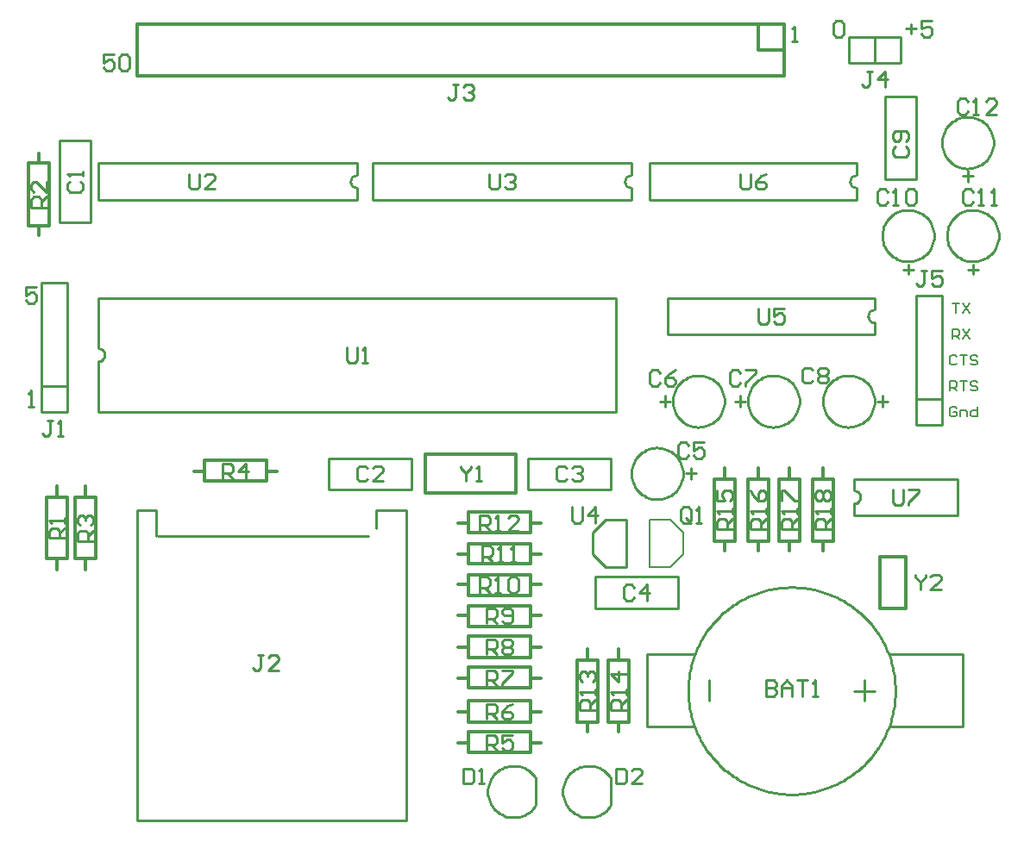
<source format=gto>
%FSLAX42Y42*%
%MOMM*%
G71*
G01*
G75*
%ADD10C,0.20*%
%ADD11R,2.00X2.00*%
%ADD12R,2.00X1.00*%
%ADD13R,1.00X2.00*%
%ADD14R,1.00X2.00*%
%ADD15C,0.41*%
%ADD16C,0.61*%
%ADD17C,0.30*%
%ADD18C,0.25*%
%ADD19C,1.73*%
%ADD20C,2.03*%
%ADD21C,1.90*%
%ADD22R,1.78X1.78*%
%ADD23C,1.78*%
%ADD24O,1.52X2.29*%
%ADD25R,1.52X2.29*%
%ADD26O,2.03X3.81*%
%ADD27C,1.83*%
%ADD28O,2.29X1.52*%
%ADD29O,1.78X1.52*%
%ADD30R,1.78X1.52*%
%ADD31C,5.08*%
%ADD32R,1.57X1.57*%
%ADD33C,1.57*%
%ADD34R,1.40X1.90*%
%ADD35O,1.40X1.90*%
%ADD36O,1.27X2.29*%
%ADD37R,1.27X2.29*%
%ADD38C,1.40*%
%ADD39R,2.29X1.52*%
%ADD40C,1.27*%
D10*
X26504Y18878D02*
Y19336D01*
X26707D01*
X26834Y19209D01*
Y19005D02*
Y19209D01*
X26707Y18878D02*
X26834Y19005D01*
X26504Y18878D02*
X26707D01*
X29518Y20436D02*
X29501Y20453D01*
X29467D01*
X29450Y20436D01*
Y20368D01*
X29467Y20352D01*
X29501D01*
X29518Y20368D01*
Y20402D01*
X29484D01*
X29552Y20352D02*
Y20419D01*
X29603D01*
X29620Y20402D01*
Y20352D01*
X29721Y20453D02*
Y20352D01*
X29671D01*
X29654Y20368D01*
Y20402D01*
X29671Y20419D01*
X29721D01*
X29476Y21114D02*
Y21215D01*
X29527D01*
X29544Y21198D01*
Y21164D01*
X29527Y21147D01*
X29476D01*
X29510D02*
X29544Y21114D01*
X29577Y21215D02*
X29645Y21114D01*
Y21215D02*
X29577Y21114D01*
X29476Y21469D02*
X29544D01*
X29510D01*
Y21368D01*
X29577Y21469D02*
X29645Y21368D01*
Y21469D02*
X29577Y21368D01*
X29450Y20606D02*
Y20707D01*
X29501D01*
X29518Y20690D01*
Y20656D01*
X29501Y20639D01*
X29450D01*
X29484D02*
X29518Y20606D01*
X29552Y20707D02*
X29620D01*
X29586D01*
Y20606D01*
X29721Y20690D02*
X29704Y20707D01*
X29671D01*
X29654Y20690D01*
Y20673D01*
X29671Y20656D01*
X29704D01*
X29721Y20639D01*
Y20622D01*
X29704Y20606D01*
X29671D01*
X29654Y20622D01*
X29518Y20944D02*
X29501Y20961D01*
X29467D01*
X29450Y20944D01*
Y20876D01*
X29467Y20860D01*
X29501D01*
X29518Y20876D01*
X29552Y20961D02*
X29620D01*
X29586D01*
Y20860D01*
X29721Y20944D02*
X29704Y20961D01*
X29671D01*
X29654Y20944D01*
Y20927D01*
X29671Y20910D01*
X29704D01*
X29721Y20893D01*
Y20876D01*
X29704Y20860D01*
X29671D01*
X29654Y20876D01*
D17*
X27139Y19132D02*
Y19742D01*
X27342Y19132D02*
Y19742D01*
X27241Y19031D02*
Y19132D01*
Y19742D02*
Y19844D01*
X27139Y19132D02*
X27342D01*
X27139Y19742D02*
X27342D01*
X20408Y22841D02*
X20611D01*
X20408Y22231D02*
X20611D01*
X20510Y22841D02*
Y22942D01*
Y22130D02*
Y22231D01*
X20611D02*
Y22841D01*
X20408Y22231D02*
Y22841D01*
X24726Y17050D02*
X25336D01*
X24726Y17253D02*
X25336D01*
Y17151D02*
X25437D01*
X24624D02*
X24726D01*
X25336Y17050D02*
Y17253D01*
X24726Y17050D02*
Y17253D01*
X22135Y19717D02*
Y19920D01*
X22745Y19717D02*
Y19920D01*
X22034Y19818D02*
X22135D01*
X22745D02*
X22846D01*
X22135Y19920D02*
X22745D01*
X22135Y19717D02*
X22745D01*
X24726Y19209D02*
X25336D01*
X24726Y19412D02*
X25336D01*
Y19310D02*
X25437D01*
X24624D02*
X24726D01*
X25336Y19209D02*
Y19412D01*
X24726Y19209D02*
Y19412D01*
X28104Y19742D02*
X28307D01*
X28104Y19132D02*
X28307D01*
X28206Y19742D02*
Y19844D01*
Y19031D02*
Y19132D01*
X28307D02*
Y19742D01*
X28104Y19132D02*
Y19742D01*
X27774Y19132D02*
Y19742D01*
X27977Y19132D02*
Y19742D01*
X27876Y19031D02*
Y19132D01*
Y19742D02*
Y19844D01*
X27774Y19132D02*
X27977D01*
X27774Y19742D02*
X27977D01*
X27469D02*
X27672D01*
X27469Y19132D02*
X27672D01*
X27571Y19742D02*
Y19844D01*
Y19031D02*
Y19132D01*
X27672D02*
Y19742D01*
X27469Y19132D02*
Y19742D01*
X24726Y18599D02*
X25336D01*
X24726Y18802D02*
X25336D01*
Y18701D02*
X25437D01*
X24624D02*
X24726D01*
X25336Y18599D02*
Y18802D01*
X24726Y18599D02*
Y18802D01*
Y18294D02*
Y18497D01*
X25336Y18294D02*
Y18497D01*
X24624Y18396D02*
X24726D01*
X25336D02*
X25437D01*
X24726Y18497D02*
X25336D01*
X24726Y18294D02*
X25336D01*
X24726Y17685D02*
X25336D01*
X24726Y17888D02*
X25336D01*
Y17786D02*
X25437D01*
X24624D02*
X24726D01*
X25336Y17685D02*
Y17888D01*
X24726Y17685D02*
Y17888D01*
X25336Y18904D02*
Y19107D01*
X24726Y18904D02*
Y19107D01*
X25336Y19005D02*
X25437D01*
X24624D02*
X24726D01*
Y18904D02*
X25336D01*
X24726Y19107D02*
X25336D01*
X24726Y18193D02*
X25336D01*
X24726Y17989D02*
X25336D01*
X24624Y18091D02*
X24726D01*
X25336D02*
X25437D01*
X24726Y17989D02*
Y18193D01*
X25336Y17989D02*
Y18193D01*
Y17354D02*
Y17558D01*
X24726Y17354D02*
Y17558D01*
X25336Y17456D02*
X25437D01*
X24624D02*
X24726D01*
Y17354D02*
X25336D01*
X24726Y17558D02*
X25336D01*
X20586Y18955D02*
Y19564D01*
X20789Y18955D02*
Y19564D01*
X20687Y18853D02*
Y18955D01*
Y19564D02*
Y19666D01*
X20586Y18955D02*
X20789D01*
X20586Y19564D02*
X20789D01*
X20865D02*
X21068D01*
X20865Y18955D02*
X21068D01*
X20967Y19564D02*
Y19666D01*
Y18853D02*
Y18955D01*
X21068D02*
Y19564D01*
X20865Y18955D02*
Y19564D01*
X26301Y17354D02*
Y17964D01*
X26098Y17354D02*
Y17964D01*
X26199D02*
Y18066D01*
Y17253D02*
Y17354D01*
X26098Y17964D02*
X26301D01*
X26098Y17354D02*
X26301D01*
X25793D02*
X25996D01*
X25793Y17964D02*
X25996D01*
X25894Y17253D02*
Y17354D01*
Y17964D02*
Y18066D01*
X25793Y17354D02*
Y17964D01*
X25996Y17354D02*
Y17964D01*
X27825Y23704D02*
Y24212D01*
X21475Y23704D02*
X27825D01*
X21475D02*
Y24212D01*
X27825D01*
X27571Y23958D02*
Y24212D01*
Y23958D02*
X27825D01*
X24307Y19983D02*
X25196D01*
X24307Y19602D02*
Y19983D01*
Y19602D02*
X25196D01*
Y19983D01*
X29019Y18472D02*
Y18980D01*
X28765D02*
X29019D01*
X28765Y18472D02*
Y18980D01*
Y18472D02*
X29019D01*
D18*
X21094Y20898D02*
X21118Y20902D01*
X21139Y20916D01*
X21153Y20937D01*
X21157Y20961D01*
X21153Y20985D01*
X21139Y21006D01*
X21118Y21020D01*
X21094Y21025D01*
X27241Y20504D02*
X27239Y20529D01*
X27236Y20554D01*
X27229Y20579D01*
X27221Y20603D01*
X27210Y20625D01*
X27197Y20647D01*
X27181Y20667D01*
X27164Y20686D01*
X27145Y20703D01*
X27124Y20717D01*
X27103Y20730D01*
X27079Y20740D01*
X27055Y20748D01*
X27031Y20754D01*
X27006Y20757D01*
X26980Y20758D01*
X26955Y20756D01*
X26930Y20752D01*
X26906Y20745D01*
X26882Y20735D01*
X26860Y20724D01*
X26838Y20710D01*
X26819Y20694D01*
X26800Y20677D01*
X26784Y20657D01*
X26770Y20636D01*
X26758Y20614D01*
X26748Y20591D01*
X26741Y20567D01*
X26735Y20542D01*
X26733Y20517D01*
Y20491D01*
X26735Y20466D01*
X26741Y20441D01*
X26748Y20417D01*
X26758Y20394D01*
X26770Y20372D01*
X26784Y20351D01*
X26800Y20331D01*
X26819Y20314D01*
X26838Y20298D01*
X26860Y20284D01*
X26882Y20272D01*
X26906Y20263D01*
X26930Y20256D01*
X26955Y20252D01*
X26980Y20250D01*
X27006Y20251D01*
X27031Y20254D01*
X27055Y20259D01*
X27079Y20268D01*
X27103Y20278D01*
X27124Y20291D01*
X27145Y20305D01*
X27164Y20322D01*
X27181Y20341D01*
X27197Y20361D01*
X27210Y20382D01*
X27221Y20405D01*
X27229Y20429D01*
X27236Y20454D01*
X27239Y20479D01*
X27241Y20504D01*
X27977D02*
X27976Y20529D01*
X27972Y20554D01*
X27966Y20579D01*
X27957Y20603D01*
X27946Y20625D01*
X27933Y20647D01*
X27918Y20667D01*
X27901Y20686D01*
X27882Y20703D01*
X27861Y20717D01*
X27839Y20730D01*
X27816Y20740D01*
X27792Y20748D01*
X27767Y20754D01*
X27742Y20757D01*
X27717Y20758D01*
X27692Y20756D01*
X27667Y20752D01*
X27642Y20745D01*
X27619Y20735D01*
X27596Y20724D01*
X27575Y20710D01*
X27555Y20694D01*
X27537Y20677D01*
X27521Y20657D01*
X27507Y20636D01*
X27494Y20614D01*
X27485Y20591D01*
X27477Y20567D01*
X27472Y20542D01*
X27470Y20517D01*
Y20491D01*
X27472Y20466D01*
X27477Y20441D01*
X27485Y20417D01*
X27494Y20394D01*
X27507Y20372D01*
X27521Y20351D01*
X27537Y20331D01*
X27555Y20314D01*
X27575Y20298D01*
X27596Y20284D01*
X27619Y20272D01*
X27642Y20263D01*
X27667Y20256D01*
X27692Y20252D01*
X27717Y20250D01*
X27742Y20251D01*
X27767Y20254D01*
X27792Y20259D01*
X27816Y20268D01*
X27839Y20278D01*
X27861Y20291D01*
X27882Y20305D01*
X27901Y20322D01*
X27918Y20341D01*
X27933Y20361D01*
X27946Y20382D01*
X27957Y20405D01*
X27966Y20429D01*
X27972Y20454D01*
X27976Y20479D01*
X27977Y20504D01*
X28714D02*
X28713Y20529D01*
X28709Y20554D01*
X28703Y20579D01*
X28694Y20603D01*
X28683Y20625D01*
X28670Y20647D01*
X28654Y20667D01*
X28637Y20686D01*
X28618Y20703D01*
X28598Y20717D01*
X28576Y20730D01*
X28553Y20740D01*
X28529Y20748D01*
X28504Y20754D01*
X28479Y20757D01*
X28454Y20758D01*
X28428Y20756D01*
X28403Y20752D01*
X28379Y20745D01*
X28355Y20735D01*
X28333Y20724D01*
X28312Y20710D01*
X28292Y20694D01*
X28274Y20677D01*
X28257Y20657D01*
X28243Y20636D01*
X28231Y20614D01*
X28221Y20591D01*
X28214Y20567D01*
X28209Y20542D01*
X28206Y20517D01*
Y20491D01*
X28209Y20466D01*
X28214Y20441D01*
X28221Y20417D01*
X28231Y20394D01*
X28243Y20372D01*
X28257Y20351D01*
X28274Y20331D01*
X28292Y20314D01*
X28312Y20298D01*
X28333Y20284D01*
X28355Y20272D01*
X28379Y20263D01*
X28403Y20256D01*
X28428Y20252D01*
X28454Y20250D01*
X28479Y20251D01*
X28504Y20254D01*
X28529Y20259D01*
X28553Y20268D01*
X28576Y20278D01*
X28598Y20291D01*
X28618Y20305D01*
X28637Y20322D01*
X28654Y20341D01*
X28670Y20361D01*
X28683Y20382D01*
X28694Y20405D01*
X28703Y20429D01*
X28709Y20454D01*
X28713Y20479D01*
X28714Y20504D01*
Y21406D02*
X28690Y21401D01*
X28669Y21387D01*
X28655Y21366D01*
X28650Y21342D01*
X28655Y21318D01*
X28669Y21297D01*
X28690Y21283D01*
X28714Y21279D01*
X26834Y19793D02*
X26833Y19818D01*
X26829Y19843D01*
X26823Y19868D01*
X26814Y19891D01*
X26803Y19914D01*
X26790Y19936D01*
X26775Y19956D01*
X26758Y19975D01*
X26739Y19991D01*
X26718Y20006D01*
X26696Y20019D01*
X26673Y20029D01*
X26649Y20037D01*
X26624Y20043D01*
X26599Y20046D01*
X26574Y20047D01*
X26549Y20045D01*
X26524Y20040D01*
X26499Y20034D01*
X26476Y20024D01*
X26453Y20013D01*
X26432Y19999D01*
X26412Y19983D01*
X26394Y19966D01*
X26378Y19946D01*
X26364Y19925D01*
X26351Y19903D01*
X26342Y19880D01*
X26334Y19855D01*
X26329Y19831D01*
X26327Y19805D01*
Y19780D01*
X26329Y19755D01*
X26334Y19730D01*
X26342Y19706D01*
X26351Y19683D01*
X26364Y19660D01*
X26378Y19639D01*
X26394Y19620D01*
X26412Y19602D01*
X26432Y19587D01*
X26453Y19573D01*
X26476Y19561D01*
X26499Y19552D01*
X26524Y19545D01*
X26549Y19541D01*
X26574Y19539D01*
X26599Y19539D01*
X26624Y19543D01*
X26649Y19548D01*
X26673Y19556D01*
X26696Y19567D01*
X26718Y19579D01*
X26739Y19594D01*
X26758Y19611D01*
X26775Y19629D01*
X26790Y19650D01*
X26803Y19671D01*
X26814Y19694D01*
X26823Y19718D01*
X26829Y19742D01*
X26833Y19767D01*
X26834Y19793D01*
X26127Y16796D02*
X26113Y16817D01*
X26097Y16837D01*
X26079Y16855D01*
X26060Y16872D01*
X26039Y16886D01*
X26016Y16898D01*
X25992Y16908D01*
X25968Y16915D01*
X25943Y16920D01*
X25917Y16922D01*
X25892Y16922D01*
X25866Y16919D01*
X25841Y16914D01*
X25817Y16906D01*
X25794Y16896D01*
X25771Y16883D01*
X25751Y16868D01*
X25731Y16852D01*
X25714Y16833D01*
X25698Y16813D01*
X25685Y16791D01*
X25673Y16768D01*
X25665Y16744D01*
X25658Y16719D01*
X25654Y16694D01*
X25653Y16669D01*
X25654Y16643D01*
X25658Y16618D01*
X25665Y16593D01*
X25673Y16569D01*
X25685Y16546D01*
X25698Y16524D01*
X25714Y16504D01*
X25731Y16485D01*
X25751Y16469D01*
X25771Y16454D01*
X25794Y16441D01*
X25817Y16431D01*
X25841Y16423D01*
X25866Y16418D01*
X25892Y16415D01*
X25917Y16415D01*
X25943Y16417D01*
X25968Y16422D01*
X25992Y16429D01*
X26016Y16439D01*
X26039Y16451D01*
X26060Y16465D01*
X26079Y16482D01*
X26097Y16500D01*
X26113Y16520D01*
X26127Y16542D01*
X25391Y16796D02*
X25377Y16817D01*
X25361Y16837D01*
X25343Y16855D01*
X25323Y16872D01*
X25302Y16886D01*
X25279Y16898D01*
X25256Y16908D01*
X25231Y16915D01*
X25206Y16920D01*
X25181Y16922D01*
X25155Y16922D01*
X25130Y16919D01*
X25105Y16914D01*
X25080Y16906D01*
X25057Y16896D01*
X25035Y16883D01*
X25014Y16868D01*
X24995Y16852D01*
X24977Y16833D01*
X24962Y16813D01*
X24948Y16791D01*
X24937Y16768D01*
X24928Y16744D01*
X24922Y16719D01*
X24918Y16694D01*
X24917Y16669D01*
X24918Y16643D01*
X24922Y16618D01*
X24928Y16593D01*
X24937Y16569D01*
X24948Y16546D01*
X24962Y16524D01*
X24977Y16504D01*
X24995Y16485D01*
X25014Y16469D01*
X25035Y16454D01*
X25057Y16441D01*
X25080Y16431D01*
X25105Y16423D01*
X25130Y16418D01*
X25155Y16415D01*
X25181Y16415D01*
X25206Y16417D01*
X25231Y16422D01*
X25256Y16429D01*
X25279Y16439D01*
X25302Y16451D01*
X25323Y16465D01*
X25343Y16482D01*
X25361Y16500D01*
X25377Y16520D01*
X25391Y16542D01*
X28511Y19501D02*
X28535Y19505D01*
X28556Y19519D01*
X28569Y19540D01*
X28574Y19564D01*
X28569Y19588D01*
X28556Y19609D01*
X28535Y19623D01*
X28511Y19628D01*
X28918Y17659D02*
X28918Y17685D01*
X28917Y17710D01*
X28915Y17735D01*
X28913Y17760D01*
X28910Y17786D01*
X28907Y17811D01*
X28903Y17836D01*
X28898Y17861D01*
X28893Y17886D01*
X28887Y17910D01*
X28880Y17935D01*
X28873Y17959D01*
X28865Y17983D01*
X28857Y18007D01*
X28848Y18031D01*
X28838Y18054D01*
X28828Y18078D01*
X28818Y18101D01*
X28806Y18123D01*
X28794Y18146D01*
X28782Y18168D01*
X28769Y18190D01*
X28756Y18211D01*
X28742Y18232D01*
X28727Y18253D01*
X28712Y18273D01*
X28696Y18293D01*
X28680Y18313D01*
X28664Y18332D01*
X28647Y18351D01*
X28629Y18369D01*
X28611Y18387D01*
X28593Y18405D01*
X28574Y18422D01*
X28555Y18438D01*
X28535Y18454D01*
X28515Y18470D01*
X28495Y18485D01*
X28474Y18500D01*
X28453Y18514D01*
X28431Y18527D01*
X28410Y18540D01*
X28388Y18553D01*
X28365Y18564D01*
X28342Y18576D01*
X28319Y18586D01*
X28296Y18597D01*
X28273Y18606D01*
X28249Y18615D01*
X28225Y18623D01*
X28201Y18631D01*
X28177Y18638D01*
X28152Y18645D01*
X28127Y18651D01*
X28103Y18656D01*
X28078Y18661D01*
X28053Y18665D01*
X28028Y18669D01*
X28002Y18671D01*
X27977Y18674D01*
X27952Y18675D01*
X27926Y18676D01*
X27901Y18676D01*
X27876Y18676D01*
X27850Y18675D01*
X27825Y18674D01*
X27800Y18671D01*
X27775Y18669D01*
X27749Y18665D01*
X27724Y18661D01*
X27699Y18656D01*
X27675Y18651D01*
X27650Y18645D01*
X27626Y18638D01*
X27601Y18631D01*
X27577Y18623D01*
X27553Y18615D01*
X27529Y18606D01*
X27506Y18597D01*
X27483Y18586D01*
X27460Y18576D01*
X27437Y18564D01*
X27415Y18553D01*
X27392Y18540D01*
X27371Y18527D01*
X27349Y18514D01*
X27328Y18500D01*
X27307Y18485D01*
X27287Y18470D01*
X27267Y18454D01*
X27247Y18438D01*
X27228Y18422D01*
X27209Y18405D01*
X27191Y18387D01*
X27173Y18369D01*
X27155Y18351D01*
X27138Y18332D01*
X27122Y18313D01*
X27106Y18293D01*
X27090Y18273D01*
X27075Y18253D01*
X27061Y18232D01*
X27047Y18211D01*
X27033Y18190D01*
X27020Y18168D01*
X27008Y18146D01*
X26996Y18123D01*
X26985Y18101D01*
X26974Y18078D01*
X26964Y18054D01*
X26954Y18031D01*
X26945Y18007D01*
X26937Y17983D01*
X26929Y17959D01*
X26922Y17935D01*
X26915Y17910D01*
X26909Y17886D01*
X26904Y17861D01*
X26899Y17836D01*
X26895Y17811D01*
X26892Y17786D01*
X26889Y17760D01*
X26887Y17735D01*
X26885Y17710D01*
X26884Y17685D01*
X26884Y17659D01*
X26884Y17634D01*
X26885Y17608D01*
X26887Y17583D01*
X26889Y17558D01*
X26892Y17533D01*
X26895Y17508D01*
X26899Y17483D01*
X26904Y17458D01*
X26909Y17433D01*
X26915Y17408D01*
X26922Y17384D01*
X26929Y17359D01*
X26937Y17335D01*
X26945Y17311D01*
X26954Y17287D01*
X26964Y17264D01*
X26974Y17241D01*
X26985Y17218D01*
X26996Y17195D01*
X27008Y17173D01*
X27020Y17151D01*
X27033Y17129D01*
X27047Y17107D01*
X27061Y17086D01*
X27075Y17065D01*
X27090Y17045D01*
X27106Y17025D01*
X27122Y17005D01*
X27138Y16986D01*
X27155Y16967D01*
X27173Y16949D01*
X27191Y16931D01*
X27209Y16913D01*
X27228Y16896D01*
X27247Y16880D01*
X27267Y16864D01*
X27287Y16848D01*
X27307Y16833D01*
X27328Y16819D01*
X27349Y16805D01*
X27371Y16791D01*
X27392Y16778D01*
X27415Y16766D01*
X27437Y16754D01*
X27460Y16743D01*
X27483Y16732D01*
X27506Y16722D01*
X27529Y16712D01*
X27553Y16703D01*
X27577Y16695D01*
X27601Y16687D01*
X27626Y16680D01*
X27650Y16673D01*
X27675Y16667D01*
X27699Y16662D01*
X27724Y16657D01*
X27749Y16653D01*
X27775Y16650D01*
X27800Y16647D01*
X27825Y16645D01*
X27850Y16643D01*
X27876Y16642D01*
X27901Y16642D01*
X27926Y16642D01*
X27952Y16643D01*
X27977Y16645D01*
X28002Y16647D01*
X28028Y16650D01*
X28053Y16653D01*
X28078Y16657D01*
X28103Y16662D01*
X28127Y16667D01*
X28152Y16673D01*
X28177Y16680D01*
X28201Y16687D01*
X28225Y16695D01*
X28249Y16703D01*
X28273Y16712D01*
X28296Y16722D01*
X28319Y16732D01*
X28342Y16743D01*
X28365Y16754D01*
X28388Y16766D01*
X28410Y16778D01*
X28431Y16791D01*
X28453Y16805D01*
X28474Y16819D01*
X28495Y16833D01*
X28515Y16848D01*
X28535Y16864D01*
X28555Y16880D01*
X28574Y16896D01*
X28593Y16913D01*
X28611Y16931D01*
X28629Y16949D01*
X28647Y16967D01*
X28664Y16986D01*
X28680Y17005D01*
X28696Y17025D01*
X28712Y17045D01*
X28727Y17065D01*
X28742Y17086D01*
X28756Y17107D01*
X28769Y17129D01*
X28782Y17151D01*
X28794Y17173D01*
X28806Y17195D01*
X28818Y17218D01*
X28828Y17241D01*
X28838Y17264D01*
X28848Y17287D01*
X28857Y17311D01*
X28865Y17335D01*
X28873Y17359D01*
X28880Y17384D01*
X28887Y17408D01*
X28893Y17433D01*
X28898Y17458D01*
X28903Y17482D01*
X28907Y17508D01*
X28910Y17533D01*
X28913Y17558D01*
X28915Y17583D01*
X28917Y17608D01*
X28918Y17634D01*
X28918Y17659D01*
X26326Y22726D02*
X26302Y22722D01*
X26281Y22708D01*
X26268Y22687D01*
X26263Y22663D01*
X26268Y22639D01*
X26281Y22618D01*
X26302Y22604D01*
X26326Y22599D01*
X29882Y23044D02*
X29881Y23069D01*
X29877Y23094D01*
X29871Y23119D01*
X29862Y23143D01*
X29851Y23165D01*
X29838Y23187D01*
X29823Y23207D01*
X29806Y23226D01*
X29787Y23243D01*
X29766Y23257D01*
X29744Y23270D01*
X29721Y23280D01*
X29697Y23288D01*
X29672Y23294D01*
X29647Y23297D01*
X29622Y23298D01*
X29597Y23296D01*
X29572Y23292D01*
X29547Y23285D01*
X29524Y23275D01*
X29501Y23264D01*
X29480Y23250D01*
X29460Y23234D01*
X29442Y23217D01*
X29426Y23197D01*
X29412Y23176D01*
X29399Y23154D01*
X29390Y23131D01*
X29382Y23107D01*
X29377Y23082D01*
X29375Y23057D01*
Y23031D01*
X29377Y23006D01*
X29382Y22981D01*
X29390Y22957D01*
X29399Y22934D01*
X29412Y22912D01*
X29426Y22891D01*
X29442Y22871D01*
X29460Y22854D01*
X29480Y22838D01*
X29501Y22824D01*
X29524Y22812D01*
X29547Y22803D01*
X29572Y22796D01*
X29597Y22792D01*
X29622Y22790D01*
X29647Y22791D01*
X29672Y22794D01*
X29697Y22799D01*
X29721Y22808D01*
X29744Y22818D01*
X29766Y22831D01*
X29787Y22845D01*
X29806Y22862D01*
X29823Y22881D01*
X29838Y22901D01*
X29851Y22922D01*
X29862Y22945D01*
X29871Y22969D01*
X29877Y22994D01*
X29881Y23019D01*
X29882Y23044D01*
X23634Y22726D02*
X23610Y22722D01*
X23589Y22708D01*
X23575Y22687D01*
X23570Y22663D01*
X23575Y22639D01*
X23589Y22618D01*
X23610Y22604D01*
X23634Y22599D01*
X28536Y22726D02*
X28512Y22722D01*
X28491Y22708D01*
X28477Y22687D01*
X28473Y22663D01*
X28477Y22639D01*
X28491Y22618D01*
X28512Y22604D01*
X28536Y22599D01*
X29933Y22130D02*
X29932Y22155D01*
X29928Y22180D01*
X29922Y22204D01*
X29913Y22228D01*
X29902Y22251D01*
X29889Y22273D01*
X29874Y22293D01*
X29856Y22311D01*
X29837Y22328D01*
X29817Y22343D01*
X29795Y22356D01*
X29772Y22366D01*
X29748Y22374D01*
X29723Y22380D01*
X29698Y22383D01*
X29673Y22383D01*
X29647Y22382D01*
X29623Y22377D01*
X29598Y22370D01*
X29575Y22361D01*
X29552Y22350D01*
X29531Y22336D01*
X29511Y22320D01*
X29493Y22302D01*
X29477Y22283D01*
X29462Y22262D01*
X29450Y22240D01*
X29440Y22216D01*
X29433Y22192D01*
X29428Y22167D01*
X29425Y22142D01*
Y22117D01*
X29428Y22092D01*
X29433Y22067D01*
X29440Y22043D01*
X29450Y22019D01*
X29462Y21997D01*
X29477Y21976D01*
X29493Y21957D01*
X29511Y21939D01*
X29531Y21923D01*
X29552Y21910D01*
X29575Y21898D01*
X29598Y21889D01*
X29623Y21882D01*
X29647Y21878D01*
X29673Y21876D01*
X29698Y21876D01*
X29723Y21879D01*
X29748Y21885D01*
X29772Y21893D01*
X29795Y21904D01*
X29817Y21916D01*
X29837Y21931D01*
X29856Y21948D01*
X29874Y21966D01*
X29889Y21986D01*
X29902Y22008D01*
X29913Y22031D01*
X29922Y22055D01*
X29928Y22079D01*
X29932Y22104D01*
X29933Y22130D01*
X29298D02*
X29297Y22155D01*
X29293Y22180D01*
X29287Y22204D01*
X29278Y22228D01*
X29267Y22251D01*
X29254Y22273D01*
X29239Y22293D01*
X29221Y22311D01*
X29202Y22328D01*
X29182Y22343D01*
X29160Y22356D01*
X29137Y22366D01*
X29113Y22374D01*
X29088Y22380D01*
X29063Y22383D01*
X29038Y22383D01*
X29012Y22382D01*
X28988Y22377D01*
X28963Y22370D01*
X28940Y22361D01*
X28917Y22350D01*
X28896Y22336D01*
X28876Y22320D01*
X28858Y22302D01*
X28842Y22283D01*
X28827Y22262D01*
X28815Y22240D01*
X28805Y22216D01*
X28798Y22192D01*
X28793Y22167D01*
X28790Y22142D01*
Y22117D01*
X28793Y22092D01*
X28798Y22067D01*
X28805Y22043D01*
X28815Y22019D01*
X28827Y21997D01*
X28842Y21976D01*
X28858Y21957D01*
X28876Y21939D01*
X28896Y21923D01*
X28917Y21910D01*
X28940Y21898D01*
X28963Y21889D01*
X28988Y21882D01*
X29012Y21878D01*
X29038Y21876D01*
X29063Y21876D01*
X29088Y21879D01*
X29113Y21885D01*
X29137Y21893D01*
X29160Y21904D01*
X29182Y21916D01*
X29202Y21931D01*
X29221Y21948D01*
X29239Y21966D01*
X29254Y21986D01*
X29267Y22008D01*
X29278Y22031D01*
X29287Y22055D01*
X29293Y22079D01*
X29297Y22104D01*
X29298Y22130D01*
X23824Y19259D02*
Y19437D01*
X24115D01*
X21665Y19183D02*
Y19437D01*
X21475D02*
X21665D01*
X21678Y19183D02*
X23748D01*
X21475Y16383D02*
X24115D01*
Y19437D01*
X21475Y16383D02*
Y19437D01*
X21018Y22511D02*
Y22795D01*
Y22257D02*
Y23069D01*
X20713D02*
X21018D01*
X20713Y22257D02*
Y23069D01*
Y22257D02*
X21018D01*
X28815Y22688D02*
X29120D01*
X28815D02*
Y23501D01*
X29120D01*
Y22688D02*
Y23501D01*
Y22942D02*
Y23227D01*
X23629Y19945D02*
X23913D01*
X23354D02*
X24167D01*
X23354Y19640D02*
Y19945D01*
Y19640D02*
X24167D01*
Y19945D01*
X25310Y19640D02*
Y19945D01*
X26123D01*
Y19640D02*
Y19945D01*
X25310Y19640D02*
X26123D01*
X25564D02*
X25849D01*
X26225Y18472D02*
X26509D01*
X25971D02*
X26783D01*
Y18777D01*
X25971D02*
X26783D01*
X25971Y18472D02*
Y18777D01*
X21094Y20402D02*
Y20898D01*
Y21025D02*
Y21520D01*
X26174D01*
Y20402D02*
Y21520D01*
X21094Y20402D02*
X26174D01*
X26606Y20504D02*
X26707D01*
X26656Y20453D02*
Y20555D01*
X27342Y20504D02*
X27444D01*
X27393Y20453D02*
Y20555D01*
X28739Y20504D02*
X28841D01*
X28790Y20453D02*
Y20555D01*
X28714Y21406D02*
Y21520D01*
Y21164D02*
Y21279D01*
X26682Y21164D02*
X28714D01*
X26682D02*
Y21520D01*
X28714D01*
X26860Y19793D02*
X26961D01*
X26910Y19742D02*
Y19844D01*
X26128Y16542D02*
Y16796D01*
X25392Y16542D02*
Y16796D01*
X28511Y19386D02*
X29527D01*
Y19742D01*
X28511D02*
X29527D01*
X28511Y19628D02*
Y19742D01*
Y19386D02*
Y19501D01*
X28866Y17304D02*
X29577D01*
Y18015D01*
X28866D02*
X29577D01*
X26479Y17304D02*
X26936D01*
X26479D02*
Y18015D01*
X26936D01*
X28561Y17659D02*
X28714D01*
X28511D02*
X28561D01*
X28612Y17558D02*
Y17761D01*
X27088Y17558D02*
Y17761D01*
X20789Y20402D02*
Y21672D01*
X20535D02*
X20789D01*
X20535Y20402D02*
Y21672D01*
Y20402D02*
X20789D01*
X20535Y20656D02*
X20789D01*
X29120Y20529D02*
X29374D01*
X29120Y20275D02*
X29374D01*
X29120D02*
Y21545D01*
X29374D01*
Y20275D02*
Y21545D01*
X23786Y22841D02*
X26326D01*
X23786Y22485D02*
Y22841D01*
Y22485D02*
X26326D01*
Y22599D01*
Y22726D02*
Y22841D01*
X29628Y22663D02*
Y22765D01*
X29577Y22714D02*
X29679D01*
X23634Y22726D02*
Y22841D01*
Y22485D02*
Y22599D01*
X21094Y22485D02*
X23634D01*
X21094D02*
Y22841D01*
X23634D01*
X28536Y22726D02*
Y22841D01*
Y22485D02*
Y22599D01*
X26504Y22485D02*
X28536D01*
X26504D02*
Y22841D01*
X28536D01*
X29679Y21749D02*
Y21850D01*
X29628Y21799D02*
X29730D01*
X29044Y21749D02*
Y21850D01*
X28993Y21799D02*
X29095D01*
X28714Y23831D02*
Y24085D01*
X28460Y23831D02*
Y24085D01*
X28968D01*
Y23831D02*
Y24085D01*
X28460Y23831D02*
X28968D01*
X25945Y19005D02*
X26072Y18878D01*
X26275D01*
X25945Y19209D02*
X26072Y19336D01*
X26275D01*
X25945Y19005D02*
Y19209D01*
X26275Y18878D02*
Y19336D01*
X23532Y21037D02*
Y20910D01*
X23558Y20885D01*
X23608D01*
X23634Y20910D01*
Y21037D01*
X23685Y20885D02*
X23735D01*
X23710D01*
Y21037D01*
X23685Y21012D01*
X27571Y21418D02*
Y21291D01*
X27596Y21266D01*
X27647D01*
X27672Y21291D01*
Y21418D01*
X27825D02*
X27723D01*
Y21342D01*
X27774Y21368D01*
X27799D01*
X27825Y21342D01*
Y21291D01*
X27799Y21266D01*
X27749D01*
X27723Y21291D01*
X29222Y21787D02*
X29171D01*
X29196D01*
Y21660D01*
X29171Y21634D01*
X29146D01*
X29120Y21660D01*
X29374Y21787D02*
X29273D01*
Y21710D01*
X29323Y21736D01*
X29349D01*
X29374Y21710D01*
Y21660D01*
X29349Y21634D01*
X29298D01*
X29273Y21660D01*
X28104Y20809D02*
X28079Y20834D01*
X28028D01*
X28003Y20809D01*
Y20707D01*
X28028Y20682D01*
X28079D01*
X28104Y20707D01*
X28155Y20809D02*
X28180Y20834D01*
X28231D01*
X28257Y20809D01*
Y20783D01*
X28231Y20758D01*
X28257Y20733D01*
Y20707D01*
X28231Y20682D01*
X28180D01*
X28155Y20707D01*
Y20733D01*
X28180Y20758D01*
X28155Y20783D01*
Y20809D01*
X28180Y20758D02*
X28231D01*
X27393Y20783D02*
X27368Y20809D01*
X27317D01*
X27291Y20783D01*
Y20682D01*
X27317Y20656D01*
X27368D01*
X27393Y20682D01*
X27444Y20809D02*
X27545D01*
Y20783D01*
X27444Y20682D01*
Y20656D01*
X26606Y20783D02*
X26580Y20809D01*
X26529D01*
X26504Y20783D01*
Y20682D01*
X26529Y20656D01*
X26580D01*
X26606Y20682D01*
X26758Y20809D02*
X26707Y20783D01*
X26656Y20733D01*
Y20682D01*
X26682Y20656D01*
X26733D01*
X26758Y20682D01*
Y20707D01*
X26733Y20733D01*
X26656D01*
X24650Y19869D02*
Y19844D01*
X24701Y19793D01*
X24751Y19844D01*
Y19869D01*
X24701Y19793D02*
Y19717D01*
X24802D02*
X24853D01*
X24828D01*
Y19869D01*
X24802Y19844D01*
X29110Y18802D02*
Y18777D01*
X29161Y18726D01*
X29212Y18777D01*
Y18802D01*
X29161Y18726D02*
Y18650D01*
X29364D02*
X29262D01*
X29364Y18751D01*
Y18777D01*
X29339Y18802D01*
X29288D01*
X29262Y18777D01*
X25742Y19463D02*
Y19336D01*
X25767Y19310D01*
X25818D01*
X25844Y19336D01*
Y19463D01*
X25971Y19310D02*
Y19463D01*
X25894Y19386D01*
X25996D01*
X28892Y19640D02*
Y19513D01*
X28917Y19488D01*
X28968D01*
X28993Y19513D01*
Y19640D01*
X29044D02*
X29146D01*
Y19615D01*
X29044Y19513D01*
Y19488D01*
X25971Y17469D02*
X25818D01*
Y17545D01*
X25844Y17570D01*
X25894D01*
X25920Y17545D01*
Y17469D01*
Y17519D02*
X25971Y17570D01*
Y17621D02*
Y17672D01*
Y17646D01*
X25818D01*
X25844Y17621D01*
Y17748D02*
X25818Y17773D01*
Y17824D01*
X25844Y17850D01*
X25869D01*
X25894Y17824D01*
Y17799D01*
Y17824D01*
X25920Y17850D01*
X25945D01*
X25971Y17824D01*
Y17773D01*
X25945Y17748D01*
X26275Y17469D02*
X26123D01*
Y17545D01*
X26148Y17570D01*
X26199D01*
X26225Y17545D01*
Y17469D01*
Y17519D02*
X26275Y17570D01*
Y17621D02*
Y17672D01*
Y17646D01*
X26123D01*
X26148Y17621D01*
X26275Y17824D02*
X26123D01*
X26199Y17748D01*
Y17850D01*
X21043Y19132D02*
X20891D01*
Y19209D01*
X20916Y19234D01*
X20967D01*
X20992Y19209D01*
Y19132D01*
Y19183D02*
X21043Y19234D01*
X20916Y19285D02*
X20891Y19310D01*
Y19361D01*
X20916Y19386D01*
X20941D01*
X20967Y19361D01*
Y19335D01*
Y19361D01*
X20992Y19386D01*
X21018D01*
X21043Y19361D01*
Y19310D01*
X21018Y19285D01*
X20764Y19158D02*
X20611D01*
Y19234D01*
X20637Y19259D01*
X20687D01*
X20713Y19234D01*
Y19158D01*
Y19209D02*
X20764Y19259D01*
Y19310D02*
Y19361D01*
Y19335D01*
X20611D01*
X20637Y19310D01*
X24904Y17380D02*
Y17532D01*
X24980D01*
X25005Y17507D01*
Y17456D01*
X24980Y17431D01*
X24904D01*
X24955D02*
X25005Y17380D01*
X25158Y17532D02*
X25107Y17507D01*
X25056Y17456D01*
Y17405D01*
X25082Y17380D01*
X25132D01*
X25158Y17405D01*
Y17431D01*
X25132Y17456D01*
X25056D01*
X24904Y18015D02*
Y18167D01*
X24980D01*
X25005Y18142D01*
Y18091D01*
X24980Y18066D01*
X24904D01*
X24955D02*
X25005Y18015D01*
X25056Y18142D02*
X25082Y18167D01*
X25132D01*
X25158Y18142D01*
Y18116D01*
X25132Y18091D01*
X25158Y18066D01*
Y18040D01*
X25132Y18015D01*
X25082D01*
X25056Y18040D01*
Y18066D01*
X25082Y18091D01*
X25056Y18116D01*
Y18142D01*
X25082Y18091D02*
X25132D01*
X24866Y18929D02*
Y19082D01*
X24942D01*
X24967Y19056D01*
Y19005D01*
X24942Y18980D01*
X24866D01*
X24917D02*
X24967Y18929D01*
X25018D02*
X25069D01*
X25043D01*
Y19082D01*
X25018Y19056D01*
X25145Y18929D02*
X25196D01*
X25170D01*
Y19082D01*
X25145Y19056D01*
X24904Y17710D02*
Y17862D01*
X24980D01*
X25005Y17837D01*
Y17786D01*
X24980Y17761D01*
X24904D01*
X24955D02*
X25005Y17710D01*
X25056Y17862D02*
X25158D01*
Y17837D01*
X25056Y17735D01*
Y17710D01*
X24904Y18320D02*
Y18472D01*
X24980D01*
X25005Y18447D01*
Y18396D01*
X24980Y18370D01*
X24904D01*
X24955D02*
X25005Y18320D01*
X25056Y18345D02*
X25082Y18320D01*
X25132D01*
X25158Y18345D01*
Y18447D01*
X25132Y18472D01*
X25082D01*
X25056Y18447D01*
Y18421D01*
X25082Y18396D01*
X25158D01*
X24840Y18624D02*
Y18777D01*
X24917D01*
X24942Y18751D01*
Y18701D01*
X24917Y18675D01*
X24840D01*
X24891D02*
X24942Y18624D01*
X24993D02*
X25043D01*
X25018D01*
Y18777D01*
X24993Y18751D01*
X25120D02*
X25145Y18777D01*
X25196D01*
X25221Y18751D01*
Y18650D01*
X25196Y18624D01*
X25145D01*
X25120Y18650D01*
Y18751D01*
X27647Y19247D02*
X27495D01*
Y19323D01*
X27520Y19348D01*
X27571D01*
X27596Y19323D01*
Y19247D01*
Y19297D02*
X27647Y19348D01*
Y19399D02*
Y19450D01*
Y19424D01*
X27495D01*
X27520Y19399D01*
X27495Y19628D02*
X27520Y19577D01*
X27571Y19526D01*
X27622D01*
X27647Y19551D01*
Y19602D01*
X27622Y19628D01*
X27596D01*
X27571Y19602D01*
Y19526D01*
X27952Y19247D02*
X27800D01*
Y19323D01*
X27825Y19348D01*
X27876D01*
X27901Y19323D01*
Y19247D01*
Y19297D02*
X27952Y19348D01*
Y19399D02*
Y19450D01*
Y19424D01*
X27800D01*
X27825Y19399D01*
X27800Y19526D02*
Y19628D01*
X27825D01*
X27926Y19526D01*
X27952D01*
X28282Y19247D02*
X28130D01*
Y19323D01*
X28155Y19348D01*
X28206D01*
X28231Y19323D01*
Y19247D01*
Y19297D02*
X28282Y19348D01*
Y19399D02*
Y19450D01*
Y19424D01*
X28130D01*
X28155Y19399D01*
Y19526D02*
X28130Y19551D01*
Y19602D01*
X28155Y19628D01*
X28180D01*
X28206Y19602D01*
X28231Y19628D01*
X28257D01*
X28282Y19602D01*
Y19551D01*
X28257Y19526D01*
X28231D01*
X28206Y19551D01*
X28180Y19526D01*
X28155D01*
X28206Y19551D02*
Y19602D01*
X24840Y19234D02*
Y19386D01*
X24917D01*
X24942Y19361D01*
Y19310D01*
X24917Y19285D01*
X24840D01*
X24891D02*
X24942Y19234D01*
X24993D02*
X25043D01*
X25018D01*
Y19386D01*
X24993Y19361D01*
X25221Y19234D02*
X25120D01*
X25221Y19336D01*
Y19361D01*
X25196Y19386D01*
X25145D01*
X25120Y19361D01*
X22313Y19742D02*
Y19894D01*
X22389D01*
X22415Y19869D01*
Y19818D01*
X22389Y19793D01*
X22313D01*
X22364D02*
X22415Y19742D01*
X22542D02*
Y19894D01*
X22465Y19818D01*
X22567D01*
X24904Y17075D02*
Y17227D01*
X24980D01*
X25005Y17202D01*
Y17151D01*
X24980Y17126D01*
X24904D01*
X24955D02*
X25005Y17075D01*
X25158Y17227D02*
X25056D01*
Y17151D01*
X25107Y17177D01*
X25132D01*
X25158Y17151D01*
Y17100D01*
X25132Y17075D01*
X25082D01*
X25056Y17100D01*
X20586Y22409D02*
X20434D01*
Y22485D01*
X20459Y22511D01*
X20510D01*
X20535Y22485D01*
Y22409D01*
Y22460D02*
X20586Y22511D01*
Y22663D02*
Y22561D01*
X20484Y22663D01*
X20459D01*
X20434Y22637D01*
Y22587D01*
X20459Y22561D01*
X20649Y20313D02*
X20599D01*
X20624D01*
Y20186D01*
X20599Y20161D01*
X20573D01*
X20548Y20186D01*
X20700Y20161D02*
X20751D01*
X20725D01*
Y20313D01*
X20700Y20288D01*
X24675Y16897D02*
Y16745D01*
X24751D01*
X24777Y16770D01*
Y16872D01*
X24751Y16897D01*
X24675D01*
X24828Y16745D02*
X24878D01*
X24853D01*
Y16897D01*
X24828Y16872D01*
X26174Y16897D02*
Y16745D01*
X26250D01*
X26275Y16770D01*
Y16872D01*
X26250Y16897D01*
X26174D01*
X26428Y16745D02*
X26326D01*
X26428Y16846D01*
Y16872D01*
X26402Y16897D01*
X26352D01*
X26326Y16872D01*
X26885Y20072D02*
X26860Y20098D01*
X26809D01*
X26783Y20072D01*
Y19971D01*
X26809Y19945D01*
X26860D01*
X26885Y19971D01*
X27037Y20098D02*
X26936D01*
Y20021D01*
X26987Y20047D01*
X27012D01*
X27037Y20021D01*
Y19971D01*
X27012Y19945D01*
X26961D01*
X26936Y19971D01*
X26352Y18675D02*
X26326Y18701D01*
X26275D01*
X26250Y18675D01*
Y18574D01*
X26275Y18548D01*
X26326D01*
X26352Y18574D01*
X26479Y18548D02*
Y18701D01*
X26402Y18624D01*
X26504D01*
X25691Y19844D02*
X25666Y19869D01*
X25615D01*
X25590Y19844D01*
Y19742D01*
X25615Y19717D01*
X25666D01*
X25691Y19742D01*
X25742Y19844D02*
X25767Y19869D01*
X25818D01*
X25844Y19844D01*
Y19818D01*
X25818Y19793D01*
X25793D01*
X25818D01*
X25844Y19767D01*
Y19742D01*
X25818Y19717D01*
X25767D01*
X25742Y19742D01*
X23735Y19844D02*
X23710Y19869D01*
X23659D01*
X23634Y19844D01*
Y19742D01*
X23659Y19717D01*
X23710D01*
X23735Y19742D01*
X23888Y19717D02*
X23786D01*
X23888Y19818D01*
Y19844D01*
X23862Y19869D01*
X23812D01*
X23786Y19844D01*
X27647Y17761D02*
Y17608D01*
X27723D01*
X27749Y17634D01*
Y17659D01*
X27723Y17685D01*
X27647D01*
X27723D01*
X27749Y17710D01*
Y17735D01*
X27723Y17761D01*
X27647D01*
X27799Y17608D02*
Y17710D01*
X27850Y17761D01*
X27901Y17710D01*
Y17608D01*
Y17685D01*
X27799D01*
X27952Y17761D02*
X28053D01*
X28003D01*
Y17608D01*
X28104D02*
X28155D01*
X28129D01*
Y17761D01*
X28104Y17735D01*
X22717Y18012D02*
X22666D01*
X22691D01*
Y17885D01*
X22666Y17860D01*
X22641D01*
X22615Y17885D01*
X22869Y17860D02*
X22768D01*
X22869Y17961D01*
Y17987D01*
X22844Y18012D01*
X22793D01*
X22768Y17987D01*
X24624Y23613D02*
X24574D01*
X24599D01*
Y23486D01*
X24574Y23461D01*
X24548D01*
X24523Y23486D01*
X24675Y23587D02*
X24701Y23613D01*
X24751D01*
X24777Y23587D01*
Y23562D01*
X24751Y23537D01*
X24726D01*
X24751D01*
X24777Y23511D01*
Y23486D01*
X24751Y23461D01*
X24701D01*
X24675Y23486D01*
X24929Y22739D02*
Y22612D01*
X24955Y22587D01*
X25005D01*
X25031Y22612D01*
Y22739D01*
X25082Y22714D02*
X25107Y22739D01*
X25158D01*
X25183Y22714D01*
Y22688D01*
X25158Y22663D01*
X25132D01*
X25158D01*
X25183Y22638D01*
Y22612D01*
X25158Y22587D01*
X25107D01*
X25082Y22612D01*
X28917Y23006D02*
X28892Y22980D01*
Y22930D01*
X28917Y22904D01*
X29019D01*
X29044Y22930D01*
Y22980D01*
X29019Y23006D01*
Y23057D02*
X29044Y23082D01*
Y23133D01*
X29019Y23158D01*
X28917D01*
X28892Y23133D01*
Y23082D01*
X28917Y23057D01*
X28942D01*
X28968Y23082D01*
Y23158D01*
X29628Y23450D02*
X29603Y23476D01*
X29552D01*
X29527Y23450D01*
Y23349D01*
X29552Y23323D01*
X29603D01*
X29628Y23349D01*
X29679Y23323D02*
X29730D01*
X29704D01*
Y23476D01*
X29679Y23450D01*
X29908Y23323D02*
X29806D01*
X29908Y23425D01*
Y23450D01*
X29882Y23476D01*
X29831D01*
X29806Y23450D01*
X21983Y22739D02*
Y22612D01*
X22008Y22587D01*
X22059D01*
X22084Y22612D01*
Y22739D01*
X22237Y22587D02*
X22135D01*
X22237Y22688D01*
Y22714D01*
X22211Y22739D01*
X22161D01*
X22135Y22714D01*
X27393Y22739D02*
Y22612D01*
X27418Y22587D01*
X27469D01*
X27495Y22612D01*
Y22739D01*
X27647D02*
X27596Y22714D01*
X27545Y22663D01*
Y22612D01*
X27571Y22587D01*
X27622D01*
X27647Y22612D01*
Y22638D01*
X27622Y22663D01*
X27545D01*
X29679Y22561D02*
X29654Y22587D01*
X29603D01*
X29577Y22561D01*
Y22460D01*
X29603Y22434D01*
X29654D01*
X29679Y22460D01*
X29730Y22434D02*
X29781D01*
X29755D01*
Y22587D01*
X29730Y22561D01*
X29857Y22434D02*
X29908D01*
X29882D01*
Y22587D01*
X29857Y22561D01*
X28841D02*
X28815Y22587D01*
X28765D01*
X28739Y22561D01*
Y22460D01*
X28765Y22434D01*
X28815D01*
X28841Y22460D01*
X28892Y22434D02*
X28942D01*
X28917D01*
Y22587D01*
X28892Y22561D01*
X29019D02*
X29044Y22587D01*
X29095D01*
X29120Y22561D01*
Y22460D01*
X29095Y22434D01*
X29044D01*
X29019Y22460D01*
Y22561D01*
X20814Y22663D02*
X20789Y22638D01*
Y22587D01*
X20814Y22561D01*
X20916D01*
X20941Y22587D01*
Y22638D01*
X20916Y22663D01*
X20941Y22714D02*
Y22764D01*
Y22739D01*
X20789D01*
X20814Y22714D01*
X28688Y23742D02*
X28638D01*
X28663D01*
Y23615D01*
X28638Y23590D01*
X28612D01*
X28587Y23615D01*
X28815Y23590D02*
Y23742D01*
X28739Y23666D01*
X28841D01*
X27317Y19247D02*
X27165D01*
Y19323D01*
X27190Y19348D01*
X27241D01*
X27266Y19323D01*
Y19247D01*
Y19297D02*
X27317Y19348D01*
Y19399D02*
Y19450D01*
Y19424D01*
X27165D01*
X27190Y19399D01*
X27165Y19628D02*
Y19526D01*
X27241D01*
X27215Y19577D01*
Y19602D01*
X27241Y19628D01*
X27291D01*
X27317Y19602D01*
Y19551D01*
X27291Y19526D01*
X26910Y19336D02*
Y19437D01*
X26885Y19463D01*
X26834D01*
X26809Y19437D01*
Y19336D01*
X26834Y19310D01*
X26885D01*
X26860Y19361D02*
X26910Y19310D01*
X26885D02*
X26910Y19336D01*
X26961Y19310D02*
X27012D01*
X26987D01*
Y19463D01*
X26961Y19437D01*
X28307Y24212D02*
X28333Y24238D01*
X28384D01*
X28409Y24212D01*
Y24111D01*
X28384Y24085D01*
X28333D01*
X28307Y24111D01*
Y24212D01*
X29019Y24162D02*
X29120D01*
X29069Y24212D02*
Y24111D01*
X29273Y24238D02*
X29171D01*
Y24162D01*
X29222Y24187D01*
X29247D01*
X29273Y24162D01*
Y24111D01*
X29247Y24085D01*
X29196D01*
X29171Y24111D01*
X20484Y21622D02*
X20383D01*
Y21545D01*
X20433Y21571D01*
X20459D01*
X20484Y21545D01*
Y21495D01*
X20459Y21469D01*
X20408D01*
X20383Y21495D01*
X20408Y20453D02*
X20459D01*
X20433D01*
Y20606D01*
X20408Y20580D01*
X27901Y24035D02*
X27952D01*
X27926D01*
Y24187D01*
X27901Y24162D01*
X21246Y23908D02*
X21145D01*
Y23831D01*
X21195Y23857D01*
X21221D01*
X21246Y23831D01*
Y23781D01*
X21221Y23755D01*
X21170D01*
X21145Y23781D01*
X21297Y23882D02*
X21322Y23908D01*
X21373D01*
X21399Y23882D01*
Y23781D01*
X21373Y23755D01*
X21322D01*
X21297Y23781D01*
Y23882D01*
M02*

</source>
